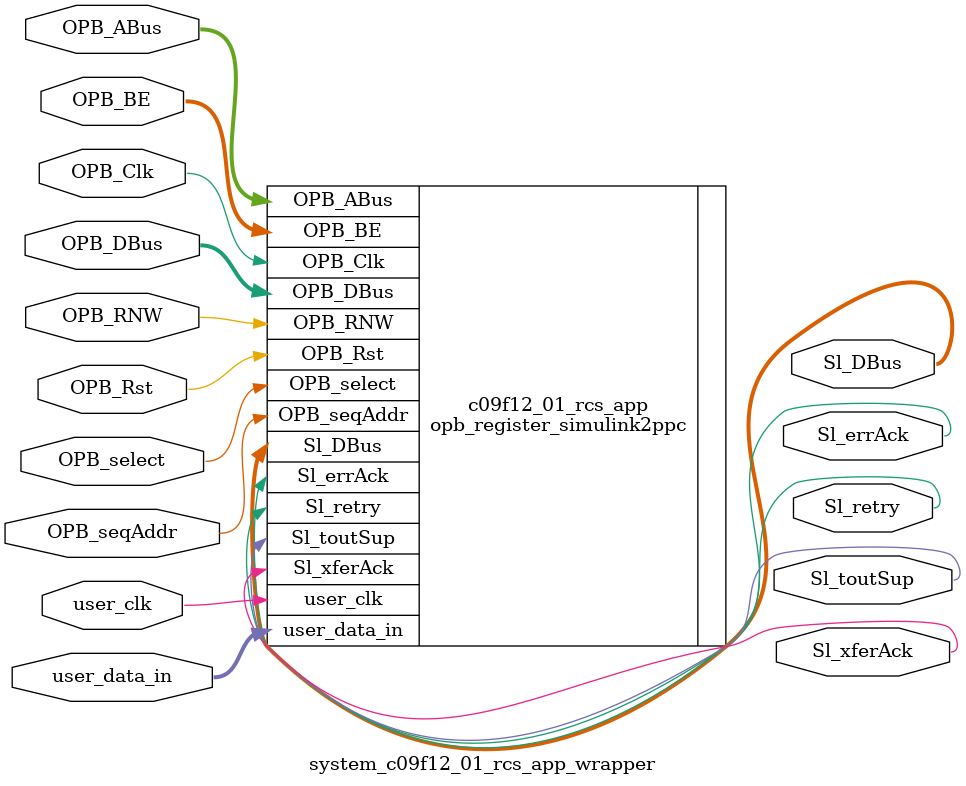
<source format=v>

module system_c09f12_01_rcs_app_wrapper
  (
    OPB_Clk,
    OPB_Rst,
    Sl_DBus,
    Sl_errAck,
    Sl_retry,
    Sl_toutSup,
    Sl_xferAck,
    OPB_ABus,
    OPB_BE,
    OPB_DBus,
    OPB_RNW,
    OPB_select,
    OPB_seqAddr,
    user_data_in,
    user_clk
  );
  input OPB_Clk;
  input OPB_Rst;
  output [0:31] Sl_DBus;
  output Sl_errAck;
  output Sl_retry;
  output Sl_toutSup;
  output Sl_xferAck;
  input [0:31] OPB_ABus;
  input [0:3] OPB_BE;
  input [0:31] OPB_DBus;
  input OPB_RNW;
  input OPB_select;
  input OPB_seqAddr;
  input [31:0] user_data_in;
  input user_clk;

  opb_register_simulink2ppc
    #(
      .C_BASEADDR ( 32'h01094B00 ),
      .C_HIGHADDR ( 32'h01094BFF ),
      .C_OPB_AWIDTH ( 32 ),
      .C_OPB_DWIDTH ( 32 ),
      .C_FAMILY ( "virtex5" )
    )
    c09f12_01_rcs_app (
      .OPB_Clk ( OPB_Clk ),
      .OPB_Rst ( OPB_Rst ),
      .Sl_DBus ( Sl_DBus ),
      .Sl_errAck ( Sl_errAck ),
      .Sl_retry ( Sl_retry ),
      .Sl_toutSup ( Sl_toutSup ),
      .Sl_xferAck ( Sl_xferAck ),
      .OPB_ABus ( OPB_ABus ),
      .OPB_BE ( OPB_BE ),
      .OPB_DBus ( OPB_DBus ),
      .OPB_RNW ( OPB_RNW ),
      .OPB_select ( OPB_select ),
      .OPB_seqAddr ( OPB_seqAddr ),
      .user_data_in ( user_data_in ),
      .user_clk ( user_clk )
    );

endmodule


</source>
